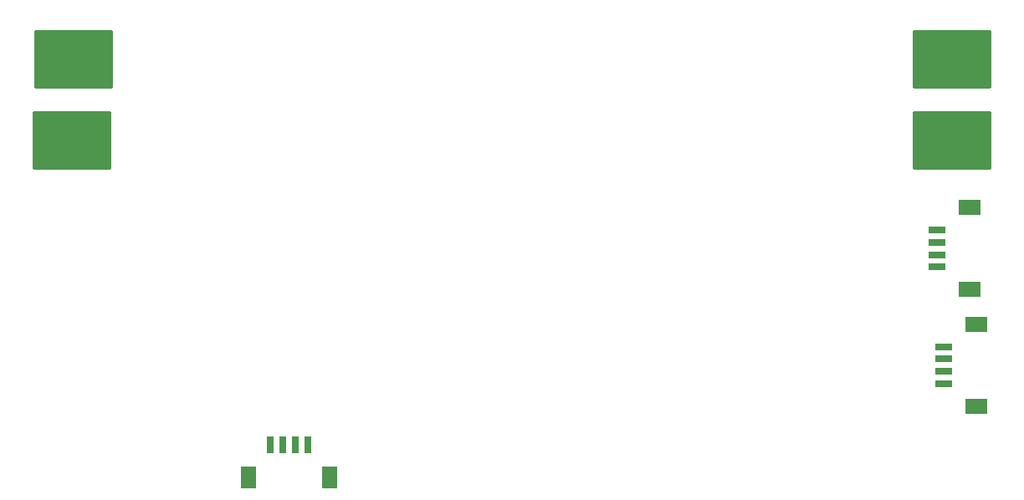
<source format=gbp>
G04*
G04 #@! TF.GenerationSoftware,Altium Limited,Altium Designer,21.0.8 (223)*
G04*
G04 Layer_Color=128*
%FSLAX25Y25*%
%MOIN*%
G70*
G04*
G04 #@! TF.SameCoordinates,7920E5AB-F19E-47E3-9C16-B8E2F772CBAB*
G04*
G04*
G04 #@! TF.FilePolarity,Positive*
G04*
G01*
G75*
%ADD18R,0.08661X0.06299*%
%ADD19R,0.07087X0.02756*%
G04:AMPARAMS|DCode=45|XSize=314.96mil|YSize=236.22mil|CornerRadius=11.81mil|HoleSize=0mil|Usage=FLASHONLY|Rotation=0.000|XOffset=0mil|YOffset=0mil|HoleType=Round|Shape=RoundedRectangle|*
%AMROUNDEDRECTD45*
21,1,0.31496,0.21260,0,0,0.0*
21,1,0.29134,0.23622,0,0,0.0*
1,1,0.02362,0.14567,-0.10630*
1,1,0.02362,-0.14567,-0.10630*
1,1,0.02362,-0.14567,0.10630*
1,1,0.02362,0.14567,0.10630*
%
%ADD45ROUNDEDRECTD45*%
%ADD152R,0.02756X0.07087*%
%ADD153R,0.06299X0.08661*%
D18*
X379650Y39260D02*
D03*
Y71740D02*
D03*
X376969Y118280D02*
D03*
Y85799D02*
D03*
D19*
X366657Y62882D02*
D03*
Y57961D02*
D03*
Y53039D02*
D03*
Y48118D02*
D03*
X363976Y94657D02*
D03*
Y99579D02*
D03*
Y104500D02*
D03*
Y109421D02*
D03*
D45*
X370000Y145000D02*
D03*
X19500D02*
D03*
X20000Y177500D02*
D03*
X370000D02*
D03*
D152*
X113382Y23843D02*
D03*
X108461D02*
D03*
X103539D02*
D03*
X98618D02*
D03*
D153*
X89760Y10850D02*
D03*
X122240D02*
D03*
M02*

</source>
